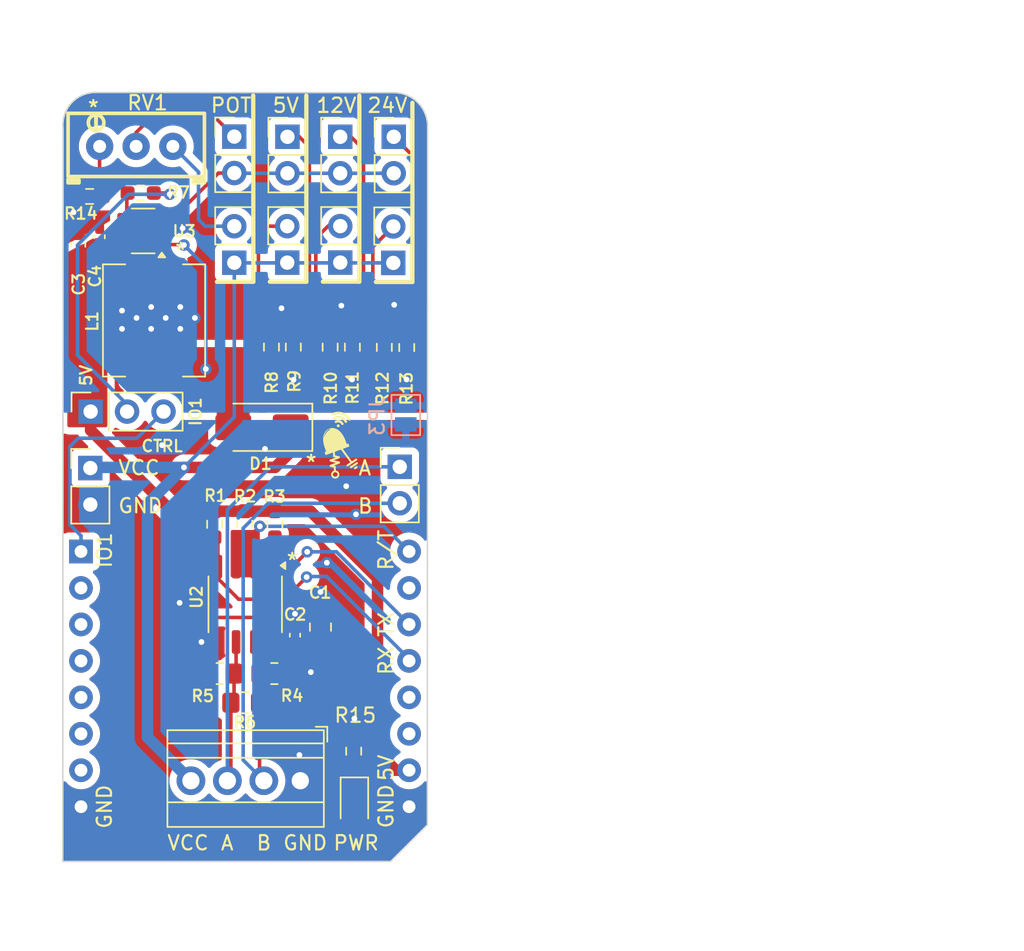
<source format=kicad_pcb>
(kicad_pcb (version 20240108) (generator "pcbnew") (generator_version "8.0")
  (layers (0 "F.Cu" signal) (31 "B.Cu" signal) (34 "B.Paste" user) (35 "F.Paste" user) (36 "B.SilkS" user "B.Silkscreen") (37 "F.SilkS" user "F.Silkscreen") (38 "B.Mask" user) (39 "F.Mask" user) (44 "Edge.Cuts" user))
  (net 0 "")
  (net 1 "Net-(J1-Pin_1)")
  (net 2 "/3.3V")
  (net 3 "/RST")
  (net 4 "/CS")
  (net 5 "/SCK")
  (net 6 "/MISO")
  (net 7 "/MOSI")
  (net 8 "/SDA")
  (net 9 "/SCL")
  (net 10 "GNDD")
  (net 11 "+5V_MIKROE")
  (net 12 "GNDPWR")
  (net 13 "+VOUT")
  (net 14 "Net-(D1-A)")
  (net 15 "/FB_PIN")
  (net 16 "Net-(J2-Pin_2)")
  (net 17 "Net-(J3-Pin_1)")
  (net 18 "Net-(J4-Pin_2)")
  (net 19 "Net-(J5-Pin_1)")
  (net 20 "Net-(J6-Pin_2)")
  (net 21 "MASTER_MODBUS_B")
  (net 22 "MASTER_MODBUS_A")
  (net 23 "Net-(J9-Pin_1)")
  (net 24 "Net-(J10-Pin_2)")
  (net 25 "/MASTER_DI")
  (net 26 "/MASTER_EN")
  (net 27 "/MASTER_RO")
  (net 28 "Net-(U3-EN)")
  (net 29 "Net-(R14-Pad1)")
  (net 31 "Net-(D2-K)")
  (net 32 "/GPIO1")
  (net 33 "Net-(J11-Pin_2)")
  (footprint "Connector_PinHeader_2.54mm:PinHeader_1x02_P2.54mm_Vertical" (layer "F.Cu") (at 177.43 47.325)
    (property "Reference" "J5" (hide yes))
    (property "Value" "Conn_01x02_Pin")
    (pad "1" thru_hole rect (at 0 0) (size 1.7 1.7) (drill 1) (layers "*.Cu" "*.Mask") (net 19 "Net-(J5-Pin_1)"))
    (pad "2" thru_hole oval (at 0 2.54) (size 1.7 1.7) (drill 1) (layers "*.Cu" "*.Mask") (net 15 "/FB_PIN"))
  )
  (footprint "Connector_PinSocket_2.54mm:PinSocket_1x03_P2.54mm_Vertical" (layer "F.Cu") (at 156.31 66.47 90)
    (property "Reference" "J11" (hide yes))
    (property "Value" "Conn_01x03_Pin")
    (pad "1" thru_hole rect (at 0 0 90) (size 1.7 1.7) (drill 1) (layers "*.Cu" "*.Mask") (net 11 "+5V_MIKROE"))
    (pad "2" thru_hole oval (at 0 2.54 90) (size 1.7 1.7) (drill 1) (layers "*.Cu" "*.Mask") (net 33 "Net-(J11-Pin_2)"))
    (pad "3" thru_hole oval (at 0 5.08 90) (size 1.7 1.7) (drill 1) (layers "*.Cu" "*.Mask") (net 32 "/GPIO1"))
  )
  (footprint "logo:logo2" (layer "F.Cu") (at 168.21468 70.271214 20)
    (property "Reference" "G***" (hide yes))
    (property "Value" "LOGO" (hide yes))
  )
  (footprint "LED_SMD:LED_0805_2012Metric_Pad1.15x1.40mm_HandSolder" (layer "F.Cu") (at 174.69 93.82 -90)
    (property "Reference" "D2" (hide yes))
    (property "Value" "LED")
    (pad "1" smd roundrect (at -1.025 0 270) (size 1.15 1.4) (layers "F.Cu" "F.Paste" "F.Mask") (roundrect_rratio 0.217391) (net 31 "Net-(D2-K)"))
    (pad "2" smd roundrect (at 1.025 0 270) (size 1.15 1.4) (layers "F.Cu" "F.Paste" "F.Mask") (roundrect_rratio 0.217391) (net 11 "+5V_MIKROE"))
  )
  (footprint "Resistor_SMD:R_0603_1608Metric_Pad0.98x0.95mm_HandSolder" (layer "F.Cu") (at 174.64 90.1325 -90)
    (property "Reference" "R15" (at -2.5025 -0.112 0) (layer "F.SilkS"))
    (property "Value" "1K")
    (pad "1" smd roundrect (at -0.9125 0 270) (size 0.975 0.95) (layers "F.Cu" "F.Paste" "F.Mask") (net 10 "GNDD"))
    (pad "2" smd roundrect (at 0.9125 0 270) (size 0.975 0.95) (layers "F.Cu" "F.Paste" "F.Mask") (net 31 "Net-(D2-K)"))
  )
  (footprint "Resistor_SMD:R_0805_2012Metric_Pad1.20x1.40mm_HandSolder" (layer "F.Cu") (at 165.304 84.7255)
    (property "Reference" "R5" (at -1.184 1.5645 0) (layer "F.SilkS") (effects (font (size 0.8 0.8))))
    (property "Value" "20K")
    (pad "1" smd roundrect (at -1 0) (size 1.2 1.4) (layers "F.Cu" "F.Paste" "F.Mask") (roundrect_rratio 0.208333) (net 11 "+5V_MIKROE"))
    (pad "2" smd roundrect (at 1 0) (size 1.2 1.4) (layers "F.Cu" "F.Paste" "F.Mask") (roundrect_rratio 0.208333) (net 22 "MASTER_MODBUS_A"))
  )
  (footprint "TerminalBlock:TerminalBlock_Xinya_XY308-2.54-4P_1x04_P2.54mm_Horizontal" (layer "F.Cu") (at 170.92 92.19 180)
    (property "Reference" "J7" (hide yes))
    (property "Value" "TERMINAL BLOCK")
    (pad "1" thru_hole rect (at 0 0 180) (size 2 2) (drill 1.2) (layers "*.Cu" "*.Mask") (net 10 "GNDD"))
    (pad "2" thru_hole circle (at 2.54 0 180) (size 2 2) (drill 1.2) (layers "*.Cu" "*.Mask") (net 21 "MASTER_MODBUS_B"))
    (pad "3" thru_hole circle (at 5.08 0 180) (size 2 2) (drill 1.2) (layers "*.Cu" "*.Mask") (net 22 "MASTER_MODBUS_A"))
    (pad "4" thru_hole circle (at 7.62 0 180) (size 2 2) (drill 1.2) (layers "*.Cu" "*.Mask") (net 13 "+VOUT"))
  )
  (footprint "Resistor_SMD:R_0603_1608Metric_Pad0.98x0.95mm_HandSolder" (layer "F.Cu") (at 168.91 61.976 90)
    (property "Reference" "R8" (at -2.464 0.02 -90) (layer "F.SilkS") (effects (font (size 0.8 0.8))))
    (property "Value" "75K")
    (pad "1" smd roundrect (at -0.9125 0 90) (size 0.975 0.95) (layers "F.Cu" "F.Paste" "F.Mask") (net 16 "Net-(J2-Pin_2)"))
    (pad "2" smd roundrect (at 0.9125 0 90) (size 0.975 0.95) (layers "F.Cu" "F.Paste" "F.Mask") (net 1 "Net-(J1-Pin_1)"))
  )
  (footprint "Connector_PinHeader_2.54mm:PinHeader_1x02_P2.54mm_Vertical" (layer "F.Cu") (at 170.01 56.09 180)
    (property "Reference" "J2" (hide yes))
    (property "Value" "Conn_01x02_Pin")
    (pad "1" thru_hole rect (at 0 0 180) (size 1.7 1.7) (drill 1) (layers "*.Cu" "*.Mask") (net 13 "+VOUT"))
    (pad "2" thru_hole oval (at 0 2.54 180) (size 1.7 1.7) (drill 1) (layers "*.Cu" "*.Mask") (net 16 "Net-(J2-Pin_2)"))
  )
  (footprint "Connector_PinHeader_2.54mm:PinHeader_1x02_P2.54mm_Vertical" (layer "F.Cu") (at 173.704 56.08675 180)
    (property "Reference" "J4" (hide yes))
    (property "Value" "Conn_01x02_Pin")
    (pad "1" thru_hole rect (at 0 0 180) (size 1.7 1.7) (drill 1) (layers "*.Cu" "*.Mask") (net 13 "+VOUT"))
    (pad "2" thru_hole oval (at 0 2.54 180) (size 1.7 1.7) (drill 1) (layers "*.Cu" "*.Mask") (net 18 "Net-(J4-Pin_2)"))
  )
  (footprint "Package_TO_SOT_SMD:SOT-23-6" (layer "F.Cu") (at 159.9705 53.884 180)
    (property "Reference" "U3" (at -2.8595 -0.026 0) (layer "F.SilkS") (effects (font (size 0.8 0.8))))
    (property "Value" "MT3608")
    (pad "1" smd roundrect (at -1.1375 -0.95 180) (size 1.325 0.6) (layers "F.Cu" "F.Paste" "F.Mask") (net 14 "Net-(D1-A)"))
    (pad "2" smd roundrect (at -1.1375 0 180) (size 1.325 0.6) (layers "F.Cu" "F.Paste" "F.Mask") (net 12 "GNDPWR"))
    (pad "3" smd roundrect (at -1.1375 0.95 180) (size 1.325 0.6) (layers "F.Cu" "F.Paste" "F.Mask") (net 15 "/FB_PIN"))
    (pad "4" smd roundrect (at 1.1375 0.95 180) (size 1.325 0.6) (layers "F.Cu" "F.Paste" "F.Mask") (net 28 "Net-(U3-EN)"))
    (pad "5" smd roundrect (at 1.1375 0 180) (size 1.325 0.6) (layers "F.Cu" "F.Paste" "F.Mask") (net 11 "+5V_MIKROE"))
    (pad "6" smd roundrect (at 1.1375 -0.95 180) (size 1.325 0.6) (layers "F.Cu" "F.Paste" "F.Mask"))
  )
  (footprint "Resistor_SMD:R_0603_1608Metric_Pad0.98x0.95mm_HandSolder" (layer "F.Cu") (at 159.8 51.24)
    (property "Reference" "R7" (at 2.63 -0.03 0) (layer "F.SilkS") (effects (font (size 0.8 0.8))))
    (property "Value" "1K")
    (pad "1" smd roundrect (at -0.9125 0) (size 0.975 0.95) (layers "F.Cu" "F.Paste" "F.Mask") (net 28 "Net-(U3-EN)"))
    (pad "2" smd roundrect (at 0.9125 0) (size 0.975 0.95) (layers "F.Cu" "F.Paste" "F.Mask") (net 33 "Net-(J11-Pin_2)"))
  )
  (footprint "RES-ADJ-TH_3362P:res" (layer "F.Cu") (at 159.49 47.99)
    (property "Reference" "RV1" (at 0.784 -3.032 0) (layer "F.SilkS"))
    (property "Value" "100k")
    (pad "1" thru_hole circle (at -2.55 0) (size 1.9 1.9) (drill 0.9) (layers "*.Cu" "*.Mask") (net 29 "Net-(R14-Pad1)"))
    (pad "2" thru_hole circle (at -0.01 0) (size 1.9 1.9) (drill 0.9) (layers "*.Cu" "*.Mask") (net 23 "Net-(J9-Pin_1)"))
    (pad "3" thru_hole circle (at 2.55 0) (size 1.9 1.9) (drill 0.9) (layers "*.Cu" "*.Mask") (net 24 "Net-(J10-Pin_2)"))
  )
  (footprint "Inductor_SMD:L_Chilisin_BMRB00060618" (layer "F.Cu") (at 160.73 60.12 -90)
    (property "Reference" "L1" (at 0.06 4.31 270) (layer "F.SilkS") (effects (font (size 0.8 0.8))))
    (property "Value" "10uH")
    (pad "1" smd rect (at -3.025 0 270) (size 2.35 3.5) (layers "F.Cu" "F.Paste" "F.Mask") (net 11 "+5V_MIKROE"))
    (pad "2" smd rect (at 3.025 0 270) (size 2.35 3.5) (layers "F.Cu" "F.Paste" "F.Mask") (net 14 "Net-(D1-A)"))
  )
  (footprint "Connector_PinHeader_2.54mm:PinHeader_1x02_P2.54mm_Vertical" (layer "F.Cu") (at 166.32 56.095 180)
    (property "Reference" "J10" (hide yes))
    (property "Value" "Conn_01x02_Pin")
    (pad "1" thru_hole rect (at 0 0 180) (size 1.7 1.7) (drill 1) (layers "*.Cu" "*.Mask") (net 13 "+VOUT"))
    (pad "2" thru_hole oval (at 0 2.54 180) (size 1.7 1.7) (drill 1) (layers "*.Cu" "*.Mask") (net 24 "Net-(J10-Pin_2)"))
  )
  (footprint "Resistor_SMD:R_0603_1608Metric_Pad0.98x0.95mm_HandSolder" (layer "F.Cu") (at 178.335 62.007 -90)
    (property "Reference" "R13" (at 2.863 0.015 90) (layer "F.SilkS") (effects (font (size 0.8 0.8))))
    (property "Value" "1.8K")
    (pad "1" smd roundrect (at -0.9125 0 270) (size 0.975 0.95) (layers "F.Cu" "F.Paste" "F.Mask") (net 19 "Net-(J5-Pin_1)"))
    (pad "2" smd roundrect (at 0.9125 0 270) (size 0.975 0.95) (layers "F.Cu" "F.Paste" "F.Mask") (net 12 "GNDPWR"))
  )
  (footprint "Resistor_SMD:R_0805_2012Metric_Pad1.20x1.40mm_HandSolder" (layer "F.Cu") (at 167.082 86.7575)
    (property "Reference" "R6" (at -0.022 1.3525 0) (layer "F.SilkS") (effects (font (size 0.8 0.8))))
    (property "Value" "120")
    (pad "1" smd roundrect (at -1 0) (size 1.2 1.4) (layers "F.Cu" "F.Paste" "F.Mask") (roundrect_rratio 0.208333) (net 22 "MASTER_MODBUS_A"))
    (pad "2" smd roundrect (at 1 0) (size 1.2 1.4) (layers "F.Cu" "F.Paste" "F.Mask") (roundrect_rratio 0.208333) (net 21 "MASTER_MODBUS_B"))
  )
  (footprint "Resistor_SMD:R_0603_1608Metric_Pad0.98x0.95mm_HandSolder" (layer "F.Cu") (at 169.15 74.3225 90)
    (property "Reference" "R3" (at 1.9325 -0.03 180) (layer "F.SilkS") (effects (font (size 0.8 0.8))))
    (property "Value" "1K")
    (pad "1" smd roundrect (at -0.9125 0 90) (size 0.975 0.95) (layers "F.Cu" "F.Paste" "F.Mask") (net 27 "/MASTER_RO"))
    (pad "2" smd roundrect (at 0.9125 0 90) (size 0.975 0.95) (layers "F.Cu" "F.Paste" "F.Mask") (net 11 "+5V_MIKROE"))
  )
  (footprint "Resistor_SMD:R_0603_1608Metric_Pad0.98x0.95mm_HandSolder" (layer "F.Cu") (at 167.05 74.3225 90)
    (property "Reference" "R2" (at 1.9525 0.02 0) (layer "F.SilkS") (effects (font (size 0.8 0.8))))
    (property "Value" "1K")
    (pad "1" smd roundrect (at -0.9125 0 90) (size 0.975 0.95) (layers "F.Cu" "F.Paste" "F.Mask") (net 26 "/MASTER_EN"))
    (pad "2" smd roundrect (at 0.9125 0 90) (size 0.975 0.95) (layers "F.Cu" "F.Paste" "F.Mask") (net 11 "+5V_MIKROE"))
  )
  (footprint "Resistor_SMD:R_0805_2012Metric_Pad1.20x1.40mm_HandSolder" (layer "F.Cu") (at 169.114 84.7255)
    (property "Reference" "R4" (at 1.226 1.5445 0) (layer "F.SilkS") (effects (font (size 0.8 0.8))))
    (property "Value" "20K")
    (pad "1" smd roundrect (at -1 0) (size 1.2 1.4) (layers "F.Cu" "F.Paste" "F.Mask") (roundrect_rratio 0.208333) (net 21 "MASTER_MODBUS_B"))
    (pad "2" smd roundrect (at 1 0) (size 1.2 1.4) (layers "F.Cu" "F.Paste" "F.Mask") (roundrect_rratio 0.208333) (net 10 "GNDD"))
  )
  (footprint "Capacitor_SMD:C_0805_2012Metric_Pad1.18x1.45mm_HandSolder" (layer "F.Cu") (at 172.325 81.485 -90)
    (property "Reference" "C1" (at -2.405 0.025 0) (layer "F.SilkS") (effects (font (size 0.8 0.8))))
    (property "Value" "10uF")
    (pad "1" smd roundrect (at -1.0375 0 270) (size 1.175 1.45) (layers "F.Cu" "F.Paste" "F.Mask") (roundrect_rratio 0.212766) (net 10 "GNDD"))
    (pad "2" smd roundrect (at 1.0375 0 270) (size 1.175 1.45) (layers "F.Cu" "F.Paste" "F.Mask") (roundrect_rratio 0.212766) (net 11 "+5V_MIKROE"))
  )
  (footprint "Resistor_SMD:R_0603_1608Metric_Pad0.98x0.95mm_HandSolder" (layer "F.Cu") (at 174.55 61.982 -90)
    (property "Reference" "R11" (at 2.828 -0.01 90) (layer "F.SilkS") (effects (font (size 0.8 0.8))))
    (property "Value" "14.3K")
    (pad "1" smd roundrect (at -0.9125 0 270) (size 0.975 0.95) (layers "F.Cu" "F.Paste" "F.Mask") (net 17 "Net-(J3-Pin_1)"))
    (pad "2" smd roundrect (at 0.9125 0 270) (size 0.975 0.95) (layers "F.Cu" "F.Paste" "F.Mask") (net 12 "GNDPWR"))
  )
  (footprint "Resistor_SMD:R_0603_1608Metric_Pad0.98x0.95mm_HandSolder" (layer "F.Cu") (at 176.775 61.9945 90)
    (property "Reference" "R12" (at -2.8455 -0.125 90) (layer "F.SilkS") (effects (font (size 0.8 0.8))))
    (property "Value" "69.8K")
    (pad "1" smd roundrect (at -0.9125 0 90) (size 0.975 0.95) (layers "F.Cu" "F.Paste" "F.Mask") (net 20 "Net-(J6-Pin_2)"))
    (pad "2" smd roundrect (at 0.9125 0 90) (size 0.975 0.95) (layers "F.Cu" "F.Paste" "F.Mask") (net 19 "Net-(J5-Pin_1)"))
  )
  (footprint "Resistor_SMD:R_0603_1608Metric_Pad0.98x0.95mm_HandSolder" (layer "F.Cu") (at 173 61.982 90)
    (property "Reference" "R10" (at -2.858 0.04 -90) (layer "F.SilkS") (effects (font (size 0.8 0.8))))
    (property "Value" "270k")
    (pad "1" smd roundrect (at -0.9125 0 90) (size 0.975 0.95) (layers "F.Cu" "F.Paste" "F.Mask") (net 18 "Net-(J4-Pin_2)"))
    (pad "2" smd roundrect (at 0.9125 0 90) (size 0.975 0.95) (layers "F.Cu" "F.Paste" "F.Mask") (net 17 "Net-(J3-Pin_1)"))
  )
  (footprint "Connector_PinHeader_2.54mm:PinHeader_1x02_P2.54mm_Vertical" (layer "F.Cu") (at 170.025 47.325)
    (property "Reference" "J1" (hide yes))
    (property "Value" "Conn_01x02_Pin")
    (pad "1" thru_hole rect (at 0 0) (size 1.7 1.7) (drill 1) (layers "*.Cu" "*.Mask") (net 1 "Net-(J1-Pin_1)"))
    (pad "2" thru_hole oval (at 0 2.54) (size 1.7 1.7) (drill 1) (layers "*.Cu" "*.Mask") (net 15 "/FB_PIN"))
  )
  (footprint "Connector_PinHeader_2.54mm:PinHeader_1x02_P2.54mm_Vertical" (layer "F.Cu") (at 177.85 70.32)
    (property "Reference" "J12" (hide yes))
    (property "Value" "Conn_01x02_Pin")
    (pad "1" thru_hole rect (at 0 0) (size 1.7 1.7) (drill 1) (layers "*.Cu" "*.Mask") (net 22 "MASTER_MODBUS_A"))
    (pad "2" thru_hole oval (at 0 2.54) (size 1.7 1.7) (drill 1) (layers "*.Cu" "*.Mask") (net 21 "MASTER_MODBUS_B"))
  )
  (footprint "Connector_PinHeader_2.54mm:PinHeader_1x02_P2.54mm_Vertical" (layer "F.Cu") (at 173.7 47.325)
    (property "Reference" "J3" (hide yes))
    (property "Value" "Conn_01x02_Pin")
    (pad "1" thru_hole rect (at 0 0) (size 1.7 1.7) (drill 1) (layers "*.Cu" "*.Mask") (net 17 "Net-(J3-Pin_1)"))
    (pad "2" thru_hole oval (at 0 2.54) (size 1.7 1.7) (drill 1) (layers "*.Cu" "*.Mask") (net 15 "/FB_PIN"))
  )
  (footprint "Capacitor_SMD:C_0603_1608Metric_Pad1.08x0.95mm_HandSolder" (layer "F.Cu") (at 155.43 54.84 -90)
    (property "Reference" "C3" (at 2.76 -0.05 90) (layer "F.SilkS") (effects (font (size 0.8 0.8))))
    (property "Value" "10uF")
    (pad "1" smd roundrect (at -0.8625 0 270) (size 1.075 0.95) (layers "F.Cu" "F.Paste" "F.Mask") (net 12 "GNDPWR"))
    (pad "2" smd roundrect (at 0.8625 0 270) (size 1.075 0.95) (layers "F.Cu" "F.Paste" "F.Mask") (net 11 "+5V_MIKROE"))
  )
  (footprint "Connector_PinHeader_2.54mm:PinHeader_1x02_P2.54mm_Vertical" (layer "F.Cu") (at 177.4 56.11 180)
    (property "Reference" "J6" (hide yes))
    (property "Value" "Conn_01x02_Pin")
    (pad "1" thru_hole rect (at 0 0 180) (size 1.7 1.7) (drill 1) (layers "*.Cu" "*.Mask") (net 13 "+VOUT"))
    (pad "2" thru_hole oval (at 0 2.54 180) (size 1.7 1.7) (drill 1) (layers "*.Cu" "*.Mask") (net 20 "Net-(J6-Pin_2)"))
  )
  (footprint "Capacitor_SMD:C_0402_1005Metric_Pad0.74x0.62mm_HandSolder" (layer "F.Cu") (at 156.94 54.29 -90)
    (property "Reference" "C4" (at 2.75 0.33 270) (layer "F.SilkS") (effects (font (size 0.8 0.8))))
    (property "Value" "1uF")
    (pad "1" smd roundrect (at -0.5675 0 270) (size 0.735 0.62) (layers "F.Cu" "F.Paste" "F.Mask") (net 12 "GNDPWR"))
    (pad "2" smd roundrect (at 0.5675 0 270) (size 0.735 0.62) (layers "F.Cu" "F.Paste" "F.Mask") (net 11 "+5V_MIKROE"))
  )
  (footprint "Connector_PinHeader_2.54mm:PinHeader_1x02_P2.54mm_Vertical" (layer "F.Cu") (at 166.32 47.31)
    (property "Reference" "J9" (hide yes))
    (property "Value" "Conn_01x02_Pin")
    (pad "1" thru_hole rect (at 0 0) (size 1.7 1.7) (drill 1) (layers "*.Cu" "*.Mask") (net 23 "Net-(J9-Pin_1)"))
    (pad "2" thru_hole oval (at 0 2.54) (size 1.7 1.7) (drill 1) (layers "*.Cu" "*.Mask") (net 15 "/FB_PIN"))
  )
  (footprint "Resistor_SMD:R_0603_1608Metric_Pad0.98x0.95mm_HandSolder" (layer "F.Cu") (at 156.24 51.48 180)
    (property "Reference" "R14" (at 0.61 -1.19 0) (layer "F.SilkS") (effects (font (size 0.8 0.8))))
    (property "Value" "2.2K")
    (pad "1" smd roundrect (at -0.9125 0 180) (size 0.975 0.95) (layers "F.Cu" "F.Paste" "F.Mask") (net 29 "Net-(R14-Pad1)"))
    (pad "2" smd roundrect (at 0.9125 0 180) (size 0.975 0.95) (layers "F.Cu" "F.Paste" "F.Mask") (net 12 "GNDPWR"))
  )
  (footprint "MIKROE:MIKROE-PINS" (layer "F.Cu") (at 167.37 100.72)
    (property "Reference" "U1" (hide yes))
    (property "Value" "CLICK BOARD")
    (pad "1" thru_hole rect (at -11.73 -24.5) (size 1.651 1.651) (drill 0.889) (layers "*.Cu" "*.Mask") (net 32 "/GPIO1"))
    (pad "2" thru_hole circle (at -11.73 -21.96) (size 1.651 1.651) (drill 0.889) (layers "*.Cu" "*.Mask") (net 3 "/RST"))
    (pad "3" thru_hole circle (at -11.73 -19.42) (size 1.651 1.651) (drill 0.889) (layers "*.Cu" "*.Mask") (net 4 "/CS"))
    (pad "4" thru_hole circle (at -11.73 -16.88) (size 1.651 1.651) (drill 0.889) (layers "*.Cu" "*.Mask") (net 5 "/SCK"))
    (pad "5" thru_hole circle (at -11.73 -14.34) (size 1.651 1.651) (drill 0.889) (layers "*.Cu" "*.Mask") (net 6 "/MISO"))
    (pad "6" thru_hole circle (at -11.73 -11.8) (size 1.651 1.651) (drill 0.889) (layers "*.Cu" "*.Mask") (net 7 "/MOSI"))
    (pad "7" thru_hole circle (at -11.73 -9.26) (size 1.651 1.651) (drill 0.889) (layers "*.Cu" "*.Mask") (net 2 "/3.3V"))
    (pad "8" thru_hole circle (at -11.73 -6.72) (size 1.651 1.651) (drill 0.889) (layers "*.Cu" "*.Mask") (net 10 "GNDD"))
    (pad "9" thru_hole circle (at 11.13 -6.72) (size 1.651 1.651) (drill 0.889) (layers "*.Cu" "*.Mask") (net 10 "GNDD"))
    (pad "10" thru_hole circle (at 11.13 -9.26) (size 1.651 1.651) (drill 0.889) (layers "*.Cu" "*.Mask") (net 11 "+5V_MIKROE"))
    (pad "11" thru_hole circle (at 11.13 -11.8) (size 1.651 1.651) (drill 0.889) (layers "*.Cu" "*.Mask") (net 8 "/SDA"))
    (pad "12" thru_hole circle (at 11.13 -14.34) (size 1.651 1.651) (drill 0.889) (layers "*.Cu" "*.Mask") (net 9 "/SCL"))
    (pad "13" thru_hole circle (at 11.13 -16.88) (size 1.651 1.651) (drill 0.889) (layers "*.Cu" "*.Mask") (net 25 "/MASTER_DI"))
    (pad "14" thru_hole circle (at 11.13 -19.42) (size 1.651 1.651) (drill 0.889) (layers "*.Cu" "*.Mask") (net 27 "/MASTER_RO"))
    (pad "15" thru_hole circle (at 11.13 -21.96) (size 1.651 1.651) (drill 0.889) (layers "*.Cu" "*.Mask"))
    (pad "16" thru_hole circle (at 11.13 -24.5) (size 1.651 1.651) (drill 0.889) (layers "*.Cu" "*.Mask") (net 26 "/MASTER_EN"))
  )
  (footprint "Resistor_SMD:R_0603_1608Metric_Pad0.98x0.95mm_HandSolder" (layer "F.Cu") (at 164.95 74.3225 90)
    (property "Reference" "R1" (at 1.9925 0.06 0) (layer "F.SilkS") (effects (font (size 0.8 0.8))))
    (property "Value" "1K")
    (pad "1" smd roundrect (at -0.9125 0 90) (size 0.975 0.95) (layers "F.Cu" "F.Paste" "F.Mask") (net 25 "/MASTER_DI"))
    (pad "2" smd roundrect (at 0.9125 0 90) (size 0.975 0.95) (layers "F.Cu" "F.Paste" "F.Mask") (net 11 "+5V_MIKROE"))
  )
  (footprint "Package_SO:SOP-8_3.9x4.9mm_P1.27mm" (layer "F.Cu") (at 167.082 79.8995 -90)
    (property "Reference" "U2" (at -0.4995 3.392 90) (layer "F.SilkS") (effects (font (size 0.8 0.8))))
    (property "Value" "MAX485E")
    (pad "1" smd roundrect (at -2.625 -1.905 270) (size 1.65 0.6) (layers "F.Cu" "F.Paste" "F.Mask") (net 27 "/MASTER_RO"))
    (pad "2" smd roundrect (at -2.625 -0.635 270) (size 1.65 0.6) (layers "F.Cu" "F.Paste" "F.Mask") (net 26 "/MASTER_EN"))
    (pad "3" smd roundrect (at -2.625 0.635 270) (size 1.65 0.6) (layers "F.Cu" "F.Paste" "F.Mask") (net 26 "/MASTER_EN"))
    (pad "4" smd roundrect (at -2.625 1.905 270) (size 1.65 0.6) (layers "F.Cu" "F.Paste" "F.Mask") (net 25 "/MASTER_DI"))
    (pad "5" smd roundrect (at 2.625 1.905 270) (size 1.65 0.6) (layers "F.Cu" "F.Paste" "F.Mask") (net 10 "GNDD"))
    (pad "6" smd roundrect (at 2.625 0.635 270) (size 1.65 0.6) (layers "F.Cu" "F.Paste" "F.Mask") (net 22 "MASTER_MODBUS_A"))
    (pad "7" smd roundrect (at 2.625 -0.635 270) (size 1.65 0.6) (layers "F.Cu" "F.Paste" "F.Mask") (net 21 "MASTER_MODBUS_B"))
    (pad "8" smd roundrect (at 2.625 -1.905 270) (size 1.65 0.6) (layers "F.Cu" "F.Paste" "F.Mask") (net 11 "+5V_MIKROE"))
  )
  (footprint "Capacitor_SMD:C_0402_1005Metric" (layer "F.Cu") (at 170.55 82.0475 90)
    (property "Reference" "C2" (at 1.4375 0.01 180) (layer "F.SilkS") (effects (font (size 0.8 0.8))))
    (property "Value" "0.1uF")
    (pad "1" smd roundrect (at -0.48 0 90) (size 0.56 0.62) (layers "F.Cu" "F.Paste" "F.Mask") (net 11 "+5V_MIKROE"))
    (pad "2" smd roundrect (at 0.48 0 90) (size 0.56 0.62) (layers "F.Cu" "F.Paste" "F.Mask") (net 10 "GNDD"))
  )
  (footprint "Resistor_SMD:R_0603_1608Metric_Pad0.98x0.95mm_HandSolder" (layer "F.Cu") (at 170.434 61.976 -90)
    (property "Reference" "R9" (at 2.384 -0.076 90) (layer "F.SilkS") (effects (font (size 0.8 0.8))))
    (property "Value" "10K")
    (pad "1" smd roundrect (at -0.9125 0 270) (size 0.975 0.95) (layers "F.Cu" "F.Paste" "F.Mask") (net 1 "Net-(J1-Pin_1)"))
    (pad "2" smd roundrect (at 0.9125 0 270) (size 0.975 0.95) (layers "F.Cu" "F.Paste" "F.Mask") (net 12 "GNDPWR"))
  )
  (footprint "Diode_SMD:D_SMA" (layer "F.Cu") (at 168.25 67.564 180)
    (property "Reference" "D1" (at 0.102 -2.54 180) (layer "F.SilkS") (effects (font (size 0.8 0.8))))
    (property "Value" "SS34")
    (pad "1" smd roundrect (at -2 0 180) (size 2.5 1.8) (layers "F.Cu" "F.Paste" "F.Mask") (roundrect_rratio 0.1388888889) (net 13 "+VOUT"))
    (pad "2" smd roundrect (at 2 0 180) (size 2.5 1.8) (layers "F.Cu" "F.Paste" "F.Mask") (roundrect_rratio 0.1388888889) (net 14 "Net-(D1-A)"))
  )
  (footprint "Connector_PinHeader_2.54mm:PinHeader_1x02_P2.54mm_Vertical" (layer "F.Cu") (at 156.29 70.405)
    (property "Reference" "J8" (hide yes))
    (property "Value" "Conn_01x02_Pin")
    (pad "1" thru_hole rect (at 0 0) (size 1.7 1.7) (drill 1) (layers "*.Cu" "*.Mask") (net 13 "+VOUT"))
    (pad "2" thru_hole oval (at 0 2.54) (size 1.7 1.7) (drill 1) (layers "*.Cu" "*.Mask") (net 10 "GNDD"))
  )
  (footprint "Jumper:SolderJumper-2_P1.3mm_Open_Pad1.0x1.5mm" (layer "B.Cu") (at 178.27 66.71 90)
    (property "Reference" "JP3" (at -0.092 -1.994 90) (layer "B.SilkS") (effects (justify mirror)))
    (property "Value" "SolderJumper_2_Open")
    (pad "1" smd rect (at -0.65 0 90) (size 1 1.5) (layers "B.Cu" "B.Mask") (net 10 "GNDD"))
    (pad "2" smd rect (at 0.65 0 90) (size 1 1.5) (layers "B.Cu" "B.Mask") (net 12 "GNDPWR"))
  )
  (gr_line (start 178.73 44.958) (end 178.73 57.44) (stroke (width 0.3)) (layer "F.SilkS"))
  (gr_line (start 175.034 57.41675) (end 172.494 57.41675) (stroke (width 0.3)) (layer "F.SilkS"))
  (gr_line (start 178.73 57.44) (end 176.19 57.44) (stroke (width 0.3)) (layer "F.SilkS"))
  (gr_line (start 175.034 44.45) (end 175.034 57.41675) (stroke (width 0.3)) (layer "F.SilkS"))
  (gr_line (start 171.34 44.45) (end 171.34 57.42) (stroke (width 0.3)) (layer "F.SilkS"))
  (gr_line (start 167.64 44.45) (end 167.65 57.425) (stroke (width 0.3)) (layer "F.SilkS"))
  (gr_line (start 171.34 57.42) (end 168.8 57.42) (stroke (width 0.3)) (layer "F.SilkS"))
  (gr_line (start 167.65 57.425) (end 165.11 57.425) (stroke (width 0.3)) (layer "F.SilkS"))
  (gr_line (start 156.58923 44.238369) (end 177.52923 44.248369) (stroke (width 0.1)) (layer "Edge.Cuts"))
  (gr_arc (start 154.38923 46.718369) (mid 154.95 45) (end 156.58923 44.238369) (stroke (width 0.1)) (layer "Edge.Cuts"))
  (gr_arc (start 177.52923 44.248369) (mid 179.149546 44.986655) (end 179.78923 46.648369) (stroke (width 0.1)) (layer "Edge.Cuts"))
  (gr_line (start 177.22 97.81) (end 179.77 95.27) (stroke (width 0.1)) (layer "Edge.Cuts"))
  (gr_line (start 179.77 95.27) (end 179.78923 46.648369) (stroke (width 0.1)) (layer "Edge.Cuts"))
  (gr_line (start 177.22 97.81) (end 154.37 97.81) (stroke (width 0.1)) (layer "Edge.Cuts"))
  (gr_line (start 154.37 97.81) (end 154.38923 46.718369) (stroke (width 0.1)) (layer "Edge.Cuts"))
  (gr_text "GND" (at 158.15 73.62 0) (layer "F.SilkS") (effects (font (size 1 1)) (justify left bottom)))
  (gr_text "VCC" (at 161.57 97.11 0) (layer "F.SilkS") (effects (font (size 1 1)) (justify left bottom)))
  (gr_text "B" (at 174.85 73.64 0) (layer "F.SilkS") (effects (font (size 1 1)) (justify left bottom)))
  (gr_text "A" (at 174.89 70.99 0) (layer "F.SilkS") (effects (font (size 1 1)) (justify left bottom)))
  (gr_text "POT" (at 164.592 45.72 0) (layer "F.SilkS") (effects (font (size 1 1)) (justify left bottom)))
  (gr_text "IO1" (at 164.084 67.564 90) (layer "F.SilkS") (effects (font (size 0.8 0.8)) (justify left bottom)))
  (gr_text "*" (at 169.877 77.4395 0) (layer "F.SilkS") (effects (font (size 1 1)) (justify left bottom)))
  (gr_text "RX" (at 177.48 84.91 90) (layer "F.SilkS") (effects (font (size 1 1)) (justify left bottom)))
  (gr_text "B" (at 167.78 97.11 0) (layer "F.SilkS") (effects (font (size 1 1)) (justify left bottom)))
  (gr_text "12V" (at 171.958 45.72 0) (layer "F.SilkS") (effects (font (size 1 1)) (justify left bottom)))
  (gr_text "24V" (at 175.514 45.72 0) (layer "F.SilkS") (effects (font (size 1 1)) (justify left bottom)))
  (gr_text "*" (at 171.196 70.612 0) (layer "F.SilkS") (effects (font (size 1 1)) (justify left bottom)))
  (gr_text "*" (at 156.02 45.89 0) (layer "F.SilkS") (effects (font (size 1 1)) (justify left bottom)))
  (gr_text "R/T" (at 177.48 77.62 90) (layer "F.SilkS") (effects (font (size 1 1)) (justify left bottom)))
  (gr_text "A" (at 165.3 97.11 0) (layer "F.SilkS") (effects (font (size 1 1)) (justify left bottom)))
  (gr_text "PWR" (at 173.14 97.11 0) (layer "F.SilkS") (effects (font (size 1 1)) (justify left bottom)))
  (gr_text "5V" (at 168.91 45.72 0) (layer "F.SilkS") (effects (font (size 1 1)) (justify left bottom)))
  (gr_text "5V" (at 177.48 92.29 90) (layer "F.SilkS") (effects (font (size 1 1)) (justify left bottom)))
  (gr_text "VCC" (at 158.15 70.97 0) (layer "F.SilkS") (effects (font (size 1 1)) (justify left bottom)))
  (gr_text "*" (at 162.11 55.83 0) (layer "F.SilkS") (effects (font (size 1 1)) (justify left bottom)))
  (gr_text "TX" (at 177.48 82.26 90) (layer "F.SilkS") (effects (font (size 1 1)) (justify left bottom)))
  (gr_text "GND" (at 169.64 97.11 0) (layer "F.SilkS") (effects (font (size 1 1)) (justify left bottom)))
  (gr_text "GND" (at 157.86 95.62 90) (layer "F.SilkS") (effects (font (size 1 1)) (justify left bottom)))
  (gr_text "IO1" (at 157.86 77.47 90) (layer "F.SilkS") (effects (font (size 1 1)) (justify left bottom)))
  (gr_text "CTRL" (at 159.766 69.342 0) (layer "F.SilkS") (effects (font (size 0.8 0.8)) (justify left bottom)))
  (gr_text "5V" (at 156.464 64.77 90) (layer "F.SilkS") (effects (font (size 0.8 0.8)) (justify left bottom)))
  (gr_text "GND" (at 177.48 95.59 90) (layer "F.SilkS") (effects (font (size 1 1)) (justify left bottom)))
  (segment (start 170.85 47.325) (end 170.025 47.325) (width 0.25) (layer "F.Cu") (net 1))
  (segment (start 170.434 61.0635) (end 171.55 59.9475) (width 0.25) (layer "F.Cu") (net 1))
  (segment (start 171.55 59.9475) (end 171.55 48.025) (width 0.25) (layer "F.Cu") (net 1))
  (segment (start 168.91 61.0635) (end 170.434 61.0635) (width 0.25) (layer "F.Cu") (net 1))
  (segment (start 171.55 48.025) (end 170.85 47.325) (width 0.25) (layer "F.Cu") (net 1))
  (segment (start 170.92 92.19) (end 170.92 90.46) (width 0.25) (layer "F.Cu") (net 10))
  (segment (start 174.64 87.91) (end 174.69 87.86) (width 0.25) (layer "F.Cu") (net 10))
  (segment (start 172.325 79.04) (end 172.325 80.4475) (width 0.25) (layer "F.Cu") (net 10))
  (segment (start 170.92 90.46) (end 170.86 90.4) (width 0.25) (layer "F.Cu") (net 10))
  (segment (start 174.64 89.22) (end 174.64 87.91) (width 0.25) (layer "F.Cu") (net 10))
  (segment (start 171.5525 84.7255) (end 171.654 84.624) (width 0.25) (layer "F.Cu") (net 10))
  (segment (start 170.55 80.56) (end 170.55 81.5675) (width 0.25) (layer "F.Cu") (net 10))
  (segment (start 164.034 82.5245) (end 165.177 82.5245) (width 0.25) (layer "F.Cu") (net 10))
  (segment (start 170.114 84.7255) (end 171.5525 84.7255) (width 0.25) (layer "F.Cu") (net 10))
  (via (at 162.51 79.798) (size 0.8) (drill 0.4) (layers "F.Cu" "B.Cu") (net 10))
  (via (at 170.86 90.4) (size 0.8) (drill 0.4) (layers "F.Cu" "B.Cu") (net 10))
  (via (at 164.034 82.5245) (size 0.8) (drill 0.4) (layers "F.Cu" "B.Cu") (net 10))
  (via (at 168.46 69.07) (size 0.8) (drill 0.4) (layers "F.Cu" "B.Cu") (net 10))
  (via (at 174.69 87.86) (size 0.8) (drill 0.4) (layers "F.Cu" "B.Cu") (net 10))
  (via (at 170.55 80.56) (size 0.8) (drill 0.4) (layers "F.Cu" "B.Cu") (net 10))
  (via (at 171.654 84.624) (size 0.8) (drill 0.4) (layers "F.Cu" "B.Cu") (net 10))
  (via (at 172.77 77) (size 0.8) (drill 0.4) (layers "F.Cu" "B.Cu") (net 10))
  (via (at 161.29 68.81) (size 0.8) (drill 0.4) (layers "F.Cu" "B.Cu") (net 10))
  (via (at 174.8 73.63) (size 0.8) (drill 0.4) (layers "F.Cu" "B.Cu") (net 10))
  (via (at 172.325 79.04) (size 0.8) (drill 0.4) (layers "F.Cu" "B.Cu") (net 10))
  (via (at 174.12 71.67) (size 0.8) (drill 0.4) (layers "F.Cu" "B.Cu") (net 10))
  (segment (start 162.764 84.116) (end 162.764 82.338) (width 0.25) (layer "F.Cu") (net 11))
  (segment (start 167.05 73.41) (end 169.15 73.41) (width 0.8) (layer "F.Cu") (net 11))
  (segment (start 176.3 90.19) (end 177.57 91.46) (width 0.8) (layer "F.Cu") (net 11))
  (segment (start 163.3735 84.7255) (end 162.764 84.116) (width 0.25) (layer "F.Cu") (net 11))
  (segment (start 161.95 73.41) (end 164.95 73.41) (width 0.8) (layer "F.Cu") (net 11))
  (segment (start 162.764 82.338) (end 164.288 80.814) (width 0.25) (layer "F.Cu") (net 11))
  (segment (start 177.57 91.46) (end 178.5 91.46) (width 0.8) (layer "F.Cu") (net 11))
  (segment (start 176.3 78.08) (end 176.3 86.4975) (width 0.8) (layer "F.Cu") (net 11))
  (segment (start 171.63 73.41) (end 176.3 78.08) (width 0.8) (layer "F.Cu") (net 11))
  (segment (start 176.3 94.01) (end 176.3 90.19) (width 0.8) (layer "F.Cu") (net 11))
  (segment (start 164.95 73.41) (end 167.05 73.41) (width 0.8) (layer "F.Cu") (net 11))
  (segment (start 169.15 73.41) (end 171.63 73.41) (width 0.8) (layer "F.Cu") (net 11))
  (segment (start 168.352 80.814) (end 168.987 81.449) (width 0.25) (layer "F.Cu") (net 11))
  (segment (start 164.304 84.7255) (end 163.3735 84.7255) (width 0.25) (layer "F.Cu") (net 11))
  (segment (start 156.31 67.77) (end 161.95 73.41) (width 0.8) (layer "F.Cu") (net 11))
  (segment (start 164.288 80.814) (end 168.352 80.814) (width 0.25) (layer "F.Cu") (net 11))
  (segment (start 156.31 66.47) (end 156.31 67.77) (width 0.8) (layer "F.Cu") (net 11))
  (segment (start 156.275 54.8575) (end 155.43 55.7025) (width 0.25) (layer "F.Cu") (net 11))
  (segment (start 176.3 86.4975) (end 176.3 90.19) (width 0.8) (layer "F.Cu") (net 11))
  (segment (start 174.69 94.845) (end 175.465 94.845) (width 0.8) (layer "F.Cu") (net 11))
  (segment (start 157.9135 53.884) (end 156.94 54.8575) (width 0.25) (layer "F.Cu") (net 11))
  (segment (start 175.465 94.845) (end 176.3 94.01) (width 0.8) (layer "F.Cu") (net 11))
  (segment (start 156.94 54.8575) (end 156.275 54.8575) (width 0.25) (layer "F.Cu") (net 11))
  (segment (start 172.325 82.5225) (end 176.3 86.4975) (width 0.8) (layer "F.Cu") (net 11))
  (segment (start 168.987 81.449) (end 168.987 82.5245) (width 0.25) (layer "F.Cu") (net 11))
  (segment (start 158.833 53.884) (end 157.9135 53.884) (width 0.25) (layer "F.Cu") (net 11))
  (segment (start 174.55 62.8945) (end 174.55 64.207) (width 0.25) (layer "F.Cu") (net 12))
  (segment (start 170.434 64.241) (end 170.45 64.257) (width 0.25) (layer "F.Cu") (net 12))
  (segment (start 155.12 51.6875) (end 155.12 52.58) (width 0.25) (layer "F.Cu") (net 12))
  (segment (start 161.108 53.884) (end 162.536 53.884) (width 0.25) (layer "F.Cu") (net 12))
  (segment (start 162.536 53.884) (end 162.72 53.7) (width 0.25) (layer "F.Cu") (net 12))
  (segment (start 178.335 62.9195) (end 178.335 64.222) (width 0.25) (layer "F.Cu") (net 12))
  (segment (start 178.335 64.222) (end 178.325 64.232) (width 0.25) (layer "F.Cu") (net 12))
  (segment (start 174.55 64.207) (end 174.525 64.232) (width 0.25) (layer "F.Cu") (net 12))
  (segment (start 170.434 62.8885) (end 170.434 64.241) (width 0.25) (layer "F.Cu") (net 12))
  (segment (start 155.3275 51.48) (end 155.12 51.6875) (width 0.25) (layer "F.Cu") (net 12))
  (via (at 159.512 59.944) (size 0.8) (drill 0.4) (layers "F.Cu" "B.Cu") (net 12))
  (via (at 162.56 59.182) (size 0.8) (drill 0.4) (layers "F.Cu" "B.Cu") (net 12))
  (via (at 160.528 60.706) (size 0.8) (drill 0.4) (layers "F.Cu" "B.Cu") (net 12))
  (via (at 169.61 59.27) (size 0.8) (drill 0.4) (layers "F.Cu" "B.Cu") (net 12))
  (via (at 173.78 59.09) (size 0.8) (drill 0.4) (layers "F.Cu" "B.Cu") (net 12))
  (via (at 158.496 60.706) (size 0.8) (drill 0.4) (layers "F.Cu" "B.Cu") (net 12))
  (via (at 177.46 59.03) (size 0.8) (drill 0.4) (layers "F.Cu" "B.Cu") (net 12))
  (via (at 155.12 52.58) (size 0.8) (drill 0.4) (layers "F.Cu" "B.Cu") (net 12))
  (via (at 162.72 53.7) (size 0.8) (drill 0.4) (layers "F.Cu" "B.Cu") (net 12))
  (via (at 160.528 59.182) (size 0.8) (drill 0.4) (layers "F.Cu" "B.Cu") (net 12))
  (via (at 161.544 59.944) (size 0.8) (drill 0.4) (layers "F.Cu" "B.Cu") (net 12))
  (via (at 162.56 60.706) (size 0.8) (drill 0.4) (layers "F.Cu" "B.Cu") (net 12))
  (via (at 174.525 64.232) (size 0.8) (drill 0.4) (layers "F.Cu" "B.Cu") (net 12))
  (via (at 163.576 59.944) (size 0.8) (drill 0.4) (layers "F.Cu" "B.Cu") (net 12))
  (via (at 178.325 64.232) (size 0.8) (drill 0.4) (layers "F.Cu" "B.Cu") (net 12))
  (via (at 158.496 59.436) (size 0.8) (drill 0.4) (layers "F.Cu" "B.Cu") (net 12))
  (via (at 170.45 64.257) (size 0.8) (drill 0.4) (layers "F.Cu" "B.Cu") (net 12))
  (segment (start 170.25 69.272) (end 169.164 70.358) (width 0.8) (layer "F.Cu") (net 13))
  (segment (start 169.164 70.358) (end 162.814 70.358) (width 0.8) (layer "F.Cu") (net 13))
  (segment (start 170.25 67.564) (end 170.25 69.272) (width 0.8) (layer "F.Cu") (net 13))
  (via (at 162.814 70.358) (size 0.8) (drill 0.4) (layers "F.Cu" "B.Cu") (net 13))
  (segment (start 160.274 89.164) (end 163.3 92.19) (width 0.8) (layer "B.Cu") (net 13))
  (segment (start 166.335 56.11) (end 166.32 56.095) (width 0.25) (layer "B.Cu") (net 13))
  (segment (start 166.32 56.095) (end 166.32 66.852) (width 0.25) (layer "B.Cu") (net 13))
  (segment (start 160.274 72.898) (end 160.274 89.164) (width 0.8) (layer "B.Cu") (net 13))
  (segment (start 162.814 70.358) (end 160.274 72.898) (width 0.8) (layer "B.Cu") (net 13))
  (segment (start 162.814 70.358) (end 156.337 70.358) (width 0.8) (layer "B.Cu") (net 13))
  (segment (start 156.337 70.358) (end 156.29 70.405) (width 0.8) (layer "B.Cu") (net 13))
  (segment (start 177.4 56.11) (end 166.335 56.11) (width 0.25) (layer "B.Cu") (net 13))
  (segment (start 166.32 66.852) (end 162.814 70.358) (width 0.25) (layer "B.Cu") (net 13))
  (segment (start 161.108 54.834) (end 162.784 54.834) (width 0.25) (layer "F.Cu") (net 14))
  (segment (start 162.784 54.834) (end 162.814 54.864) (width 0.25) (layer "F.Cu") (net 14))
  (via (at 162.814 54.864) (size 0.8) (drill 0.4) (layers "F.Cu" "B.Cu") (net 14))
  (via (at 164.338 63.5) (size 0.8) (drill 0.4) (layers "F.Cu" "B.Cu") (net 14))
  (segment (start 162.814 54.864) (end 164.338 56.388) (width 0.25) (layer "B.Cu") (net 14))
  (segment (start 164.338 56.388) (end 164.338 63.5) (width 0.25) (layer "B.Cu") (net 14))
  (segment (start 165.22 49.85) (end 166.32 49.85) (width 0.25) (layer "F.Cu") (net 15))
  (segment (start 161.108 52.934) (end 162.136 52.934) (width 0.25) (layer "F.Cu") (net 15))
  (segment (start 162.136 52.934) (end 165.22 49.85) (width 0.25) (layer "F.Cu") (net 15))
  (segment (start 166.335 49.865) (end 166.32 49.85) (width 0.25) (layer "B.Cu") (net 15))
  (segment (start 177.43 49.865) (end 166.335 49.865) (width 0.25) (layer "B.Cu") (net 15))
  (segment (start 168.446 53.55) (end 170.01 53.55) (width 0.25) (layer "F.Cu") (net 16))
  (segment (start 168.3815 62.8885) (end 168 62.507) (width 0.25) (layer "F.Cu") (net 16))
  (segment (start 168.91 62.8885) (end 168.3815 62.8885) (width 0.25) (layer "F.Cu") (net 16))
  (segment (start 168 53.996) (end 168.446 53.55) (width 0.25) (layer "F.Cu") (net 16))
  (segment (start 168 62.507) (end 168 53.996) (width 0.25) (layer "F.Cu") (net 16))
  (segment (start 173.7 47.325) (end 174.45 47.325) (width 0.25) (layer "F.Cu") (net 17))
  (segment (start 175.325 60.2945) (end 174.55 61.0695) (width 0.25) (layer "F.Cu") (net 17))
  (segment (start 175.325 48.2) (end 175.325 60.2945) (width 0.25) (layer "F.Cu") (net 17))
  (segment (start 174.45 47.325) (end 175.325 48.2) (width 0.25) (layer "F.Cu") (net 17))
  (segment (start 173 61.0695) (end 174.55 61.0695) (width 0.25) (layer "F.Cu") (net 17))
  (segment (start 172.85325 53.54675) (end 173.704 53.54675) (width 0.25) (layer "F.Cu") (net 18))
  (segment (start 172.7125 62.8945) (end 172 62.182) (width 0.25) (layer "F.Cu") (net 18))
  (segment (start 173 62.8945) (end 172.7125 62.8945) (width 0.25) (layer "F.Cu") (net 18))
  (segment (start 172 62.182) (end 172 54.4) (width 0.25) (layer "F.Cu") (net 18))
  (segment (start 172 54.4) (end 172.85325 53.54675) (width 0.25) (layer "F.Cu") (net 18))
  (segment (start 178.975 60.4545) (end 178.975 48.87) (width 0.25) (layer "F.Cu") (net 19))
  (segment (start 178.3225 61.082) (end 178.335 61.0945) (width 0.25) (layer "F.Cu") (net 19))
  (segment (start 178.975 48.87) (end 177.43 47.325) (width 0.25) (layer "F.Cu") (net 19))
  (segment (start 176.775 61.082) (end 178.3225 61.082) (width 0.25) (layer "F.Cu") (net 19))
  (segment (start 178.335 61.0945) (end 178.975 60.4545) (width 0.25) (layer "F.Cu") (net 19))
  (segment (start 175.975 54.995) (end 177.4 53.57) (width 0.25) (layer "F.Cu") (net 20))
  (segment (start 176.775 62.907) (end 175.975 62.107) (width 0.25) (layer "F.Cu") (net 20))
  (segment (start 175.975 62.107) (end 175.975 54.995) (width 0.25) (layer "F.Cu") (net 20))
  (segment (start 168.082 86.7575) (end 168.082 91.892) (width 0.25) (layer "F.Cu") (net 21))
  (segment (start 168.114 84.7255) (end 168.114 86.7255) (width 0.25) (layer "F.Cu") (net 21))
  (segment (start 168.082 91.892) (end 168.38 92.19) (width 0.25) (layer "F.Cu") (net 21))
  (segment (start 167.717 84.3285) (end 168.114 84.7255) (width 0.25) (layer "F.Cu") (net 21))
  (segment (start 167.717 82.5245) (end 167.717 84.3285) (width 0.25) (layer "F.Cu") (net 21))
  (segment (start 166.94 90.75) (end 166.94 74.596695) (width 0.25) (layer "B.Cu") (net 21))
  (segment (start 168.38 92.19) (end 166.94 90.75) (width 0.25) (layer "B.Cu") (net 21))
  (segment (start 168.676695 72.86) (end 177.85 72.86) (width 0.25) (layer "B.Cu") (net 21))
  (segment (start 166.94 74.596695) (end 168.676695 72.86) (width 0.25) (layer "B.Cu") (net 21))
  (segment (start 166.082 91.948) (end 165.84 92.19) (width 0.25) (layer "F.Cu") (net 22))
  (segment (start 166.447 84.5825) (end 166.304 84.7255) (width 0.25) (layer "F.Cu") (net 22))
  (segment (start 166.447 82.5245) (end 166.447 84.5825) (width 0.25) (layer "F.Cu") (net 22))
  (segment (start 166.304 84.7255) (end 166.304 86.5355) (width 0.25) (layer "F.Cu") (net 22))
  (segment (start 166.082 86.7575) (end 166.082 91.948) (width 0.25) (layer "F.Cu") (net 22))
  (segment (start 166.304 86.5355) (end 166.082 86.7575) (width 0.25) (layer "F.Cu") (net 22))
  (segment (start 165.84 92.19) (end 165.84 73.32) (width 0.25) (layer "B.Cu") (net 22))
  (segment (start 165.84 73.32) (end 168.84 70.32) (width 0.25) (layer "B.Cu") (net 22))
  (segment (start 168.84 70.32) (end 177.85 70.32) (width 0.25) (layer "B.Cu") (net 22))
  (segment (start 160.71 45.8) (end 164.81 45.8) (width 0.25) (layer "F.Cu") (net 23))
  (segment (start 164.81 45.8) (end 166.32 47.31) (width 0.25) (layer "F.Cu") (net 23))
  (segment (start 159.48 47.99) (end 159.48 47.03) (width 0.25) (layer "F.Cu") (net 23))
  (segment (start 159.48 47.03) (end 160.71 45.8) (width 0.25) (layer "F.Cu") (net 23))
  (segment (start 163.83 53.086) (end 164.299 53.555) (width 0.25) (layer "B.Cu") (net 24))
  (segment (start 163.83 49.78) (end 163.83 53.086) (width 0.25) (layer "B.Cu") (net 24))
  (segment (start 162.04 47.99) (end 163.83 49.78) (width 0.25) (layer "B.Cu") (net 24))
  (segment (start 164.299 53.555) (end 166.32 53.555) (width 0.25) (layer "B.Cu") (net 24))
  (segment (start 166.621501 79.544) (end 165.177 78.099499) (width 0.25) (layer "F.Cu") (net 25))
  (segment (start 171.36 78) (end 169.816 79.544) (width 0.25) (layer "F.Cu") (net 25))
  (segment (start 164.95 75.235) (end 165.177 75.462) (width 0.25) (layer "F.Cu") (net 25))
  (segment (start 165.177 78.099499) (end 165.177 77.2745) (width 0.25) (layer "F.Cu") (net 25))
  (segment (start 169.816 79.544) (end 166.621501 79.544) (width 0.25) (layer "F.Cu") (net 25))
  (segment (start 165.177 75.462) (end 165.177 77.2745) (width 0.25) (layer "F.Cu") (net 25))
  (via (at 171.36 78) (size 0.8) (drill 0.4) (layers "F.Cu" "B.Cu") (net 25))
  (segment (start 171.4 77.96) (end 172.75 77.96) (width 0.25) (layer "B.Cu") (net 25))
  (segment (start 178.5 83.71) (end 178.5 83.84) (width 0.25) (layer "B.Cu") (net 25))
  (segment (start 171.36 78) (end 171.4 77.96) (width 0.25) (layer "B.Cu") (net 25))
  (segment (start 172.75 77.96) (end 178.5 83.71) (width 0.25) (layer "B.Cu") (net 25))
  (segment (start 167.327 75.235) (end 168.098 74.464) (width 0.25) (layer "F.Cu") (net 26))
  (segment (start 167.05 75.235) (end 167.327 75.235) (width 0.25) (layer "F.Cu") (net 26))
  (via (at 168.098 74.464) (size 0.8) (drill 0.4) (layers "F.Cu" "B.Cu") (net 26))
  (segment (start 168.098 74.464) (end 176.744 74.464) (width 0.25) (layer "B.Cu") (net 26))
  (segment (start 176.744 74.464) (end 178.5 76.22) (width 0.25) (layer "B.Cu") (net 26))
  (segment (start 168.987 75.398) (end 169.15 75.235) (width 0.25) (layer "F.Cu") (net 27))
  (segment (start 168.987 77.2745) (end 168.987 75.398) (width 0.25) (layer "F.Cu") (net 27))
  (segment (start 171.4 76.242) (end 170.3675 77.2745) (width 0.25) (layer "F.Cu") (net 27))
  (segment (start 170.3675 77.2745) (end 168.987 77.2745) (width 0.25) (layer "F.Cu") (net 27))
  (via (at 171.4 76.242) (size 0.8) (drill 0.4) (layers "F.Cu" "B.Cu") (net 27))
  (segment (start 173.442 76.242) (end 178.5 81.3) (width 0.25) (layer "B.Cu") (net 27))
  (segment (start 171.4 76.242) (end 173.442 76.242) (width 0.25) (layer "B.Cu") (net 27))
  (segment (start 158.833 51.2945) (end 158.8875 51.24) (width 0.25) (layer "F.Cu") (net 28))
  (segment (start 158.833 52.934) (end 158.833 51.2945) (width 0.25) (layer "F.Cu") (net 28))
  (segment (start 156.935 47.995) (end 156.94 47.99) (width 0.25) (layer "F.Cu") (net 29))
  (segment (start 156.935 51.2625) (end 156.935 47.995) (width 0.25) (layer "F.Cu") (net 29))
  (segment (start 157.1525 51.48) (end 156.935 51.2625) (width 0.25) (layer "F.Cu") (net 29))
  (segment (start 174.64 91.045) (end 174.64 92.745) (width 0.25) (layer "F.Cu") (net 31))
  (segment (start 174.64 92.745) (end 174.69 92.795) (width 0.25) (layer "F.Cu") (net 31))
  (segment (start 155.448 68.326) (end 159.534 68.326) (width 0.25) (layer "B.Cu") (net 32))
  (segment (start 159.534 68.326) (end 161.39 66.47) (width 0.25) (layer "B.Cu") (net 32))
  (segment (start 155.64 76.22) (end 155.64 75.122) (width 0.25) (layer "B.Cu") (net 32))
  (segment (start 154.87 74.352) (end 154.87 68.904) (width 0.25) (layer "B.Cu") (net 32))
  (segment (start 154.87 68.904) (end 155.448 68.326) (width 0.25) (layer "B.Cu") (net 32))
  (segment (start 155.64 75.122) (end 154.87 74.352) (width 0.25) (layer "B.Cu") (net 32))
  (segment (start 160.7125 51.24) (end 161.73 51.24) (width 0.25) (layer "F.Cu") (net 33))
  (segment (start 161.73 51.24) (end 161.82 51.33) (width 0.25) (layer "F.Cu") (net 33))
  (via (at 161.82 51.33) (size 0.8) (drill 0.4) (layers "F.Cu" "B.Cu") (net 33))
  (segment (start 158.85 65.98) (end 158.85 66.47) (width 0.25) (layer "B.Cu") (net 33))
  (segment (start 158.94 51.33) (end 155.4 54.87) (width 0.25) (layer "B.Cu") (net 33))
  (segment (start 155.4 54.87) (end 155.4 62.53) (width 0.25) (layer "B.Cu") (net 33))
  (segment (start 161.82 51.33) (end 158.94 51.33) (width 0.25) (layer "B.Cu") (net 33))
  (segment (start 155.4 62.53) (end 158.85 65.98) (width 0.25) (layer "B.Cu") (net 33))
  (zone (net 11) (net_name "+5V_MIKROE") (layer "F.Cu") (priority 4) (connect_pads yes (clearance 0.3)) (min_thickness 0.25) (fill yes (thermal_gap 0.5) (thermal_bridge_width 0.5))
    (polygon (pts (xy 159.512 53.594) (xy 157.988 53.594) (xy 154.686 55.372) (xy 154.686 67.564) (xy 157.48 67.564) (xy 157.48 58.42) (xy 162.56 58.42) (xy 162.56 55.88) (xy 157.734 55.88) (xy 157.734 54.61) (xy 158.242 54.356) (xy 159.512 54.356)))
  )
  (zone (net 11) (net_name "+5V_MIKROE") (layer "F.Cu") (priority 4) (connect_pads yes (clearance 0.3)) (min_thickness 0.25) (fill yes (thermal_gap 0.5) (thermal_bridge_width 0.5))
    (polygon (pts (xy 168.606 81.83) (xy 173.686 81.83) (xy 173.686 83.608) (xy 168.606 83.608)))
  )
  (zone (net 26) (net_name "/MASTER_EN") (layer "F.Cu") (priority 1) (connect_pads yes (clearance 0.5)) (min_thickness 0.25) (fill yes (thermal_gap 0.5) (thermal_bridge_width 0.5))
    (polygon (pts (xy 166.066 74.718) (xy 166.066 78.02) (xy 168.098 78.02) (xy 168.098 74.718)))
  )
  (zone (net 14) (net_name "Net-(D1-A)") (layer "F.Cu") (priority 2) (connect_pads yes (clearance 0.3)) (min_thickness 0.25) (fill yes (thermal_gap 0.5) (thermal_bridge_width 0.5))
    (polygon (pts (xy 158.75 61.976) (xy 167.386 61.976) (xy 167.386 68.326) (xy 165.1 68.326) (xy 165.1 64.516) (xy 158.75 64.516)))
  )
  (zone (net 10) (net_name "GNDD") (layers "F&B.Cu") (connect_pads yes (clearance 0.5)) (min_thickness 0.25) (fill yes (thermal_gap 0.5) (thermal_bridge_width 0.5))
    (polygon (pts (xy 153.416 66.548) (xy 182.118 66.548) (xy 182.118 99.568) (xy 153.416 99.568)))
  )
  (zone (net 12) (net_name "GNDPWR") (layers "F&B.Cu") (connect_pads yes (clearance 0.5)) (min_thickness 0.25) (fill yes (thermal_gap 0.5) (thermal_bridge_width 0.5))
    (polygon (pts (xy 182.118 66.548) (xy 153.416 66.548) (xy 153.416 42.164) (xy 182.118 42.164)))
  )
)
</source>
